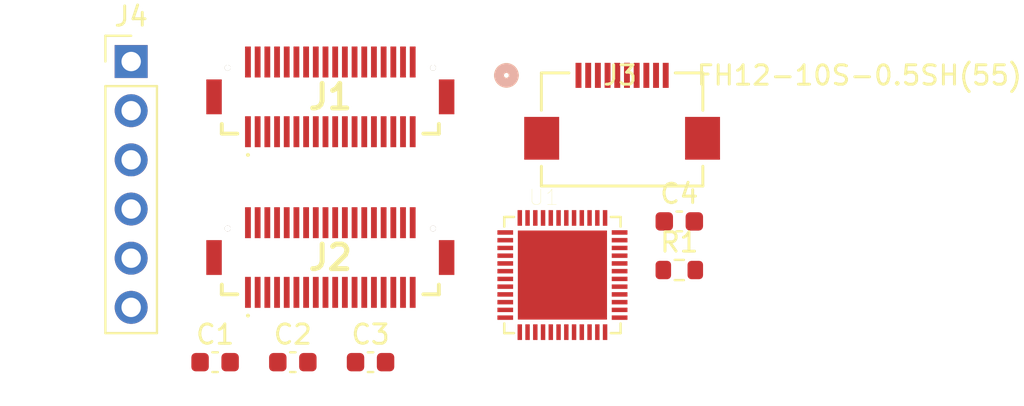
<source format=kicad_pcb>
(kicad_pcb (version 20171130) (host pcbnew "(5.1.10)-1")

  (general
    (thickness 1.6)
    (drawings 0)
    (tracks 0)
    (zones 0)
    (modules 10)
    (nets 113)
  )

  (page A4)
  (layers
    (0 F.Cu signal)
    (31 B.Cu signal)
    (32 B.Adhes user)
    (33 F.Adhes user)
    (34 B.Paste user)
    (35 F.Paste user)
    (36 B.SilkS user)
    (37 F.SilkS user)
    (38 B.Mask user)
    (39 F.Mask user)
    (40 Dwgs.User user)
    (41 Cmts.User user)
    (42 Eco1.User user)
    (43 Eco2.User user)
    (44 Edge.Cuts user)
    (45 Margin user)
    (46 B.CrtYd user)
    (47 F.CrtYd user)
    (48 B.Fab user)
    (49 F.Fab user)
  )

  (setup
    (last_trace_width 0.25)
    (trace_clearance 0.2)
    (zone_clearance 0.508)
    (zone_45_only no)
    (trace_min 0.2)
    (via_size 0.8)
    (via_drill 0.4)
    (via_min_size 0.4)
    (via_min_drill 0.3)
    (uvia_size 0.3)
    (uvia_drill 0.1)
    (uvias_allowed no)
    (uvia_min_size 0.2)
    (uvia_min_drill 0.1)
    (edge_width 0.05)
    (segment_width 0.2)
    (pcb_text_width 0.3)
    (pcb_text_size 1.5 1.5)
    (mod_edge_width 0.12)
    (mod_text_size 1 1)
    (mod_text_width 0.15)
    (pad_size 1.524 1.524)
    (pad_drill 0.762)
    (pad_to_mask_clearance 0)
    (aux_axis_origin 0 0)
    (visible_elements FFFFFF7F)
    (pcbplotparams
      (layerselection 0x010fc_ffffffff)
      (usegerberextensions false)
      (usegerberattributes true)
      (usegerberadvancedattributes true)
      (creategerberjobfile true)
      (excludeedgelayer true)
      (linewidth 0.100000)
      (plotframeref false)
      (viasonmask false)
      (mode 1)
      (useauxorigin false)
      (hpglpennumber 1)
      (hpglpenspeed 20)
      (hpglpendiameter 15.000000)
      (psnegative false)
      (psa4output false)
      (plotreference true)
      (plotvalue true)
      (plotinvisibletext false)
      (padsonsilk false)
      (subtractmaskfromsilk false)
      (outputformat 1)
      (mirror false)
      (drillshape 1)
      (scaleselection 1)
      (outputdirectory ""))
  )

  (net 0 "")
  (net 1 VDDA)
  (net 2 GND)
  (net 3 VDDD)
  (net 4 VCC)
  (net 5 "Net-(C4-Pad2)")
  (net 6 "Net-(J1-PadMP2)")
  (net 7 "Net-(J1-PadMP1)")
  (net 8 "Net-(J1-Pad36)")
  (net 9 "Net-(J1-Pad34)")
  (net 10 "Net-(J1-Pad32)")
  (net 11 "Net-(J1-Pad30)")
  (net 12 "Net-(J1-Pad29)")
  (net 13 "Net-(J1-Pad28)")
  (net 14 SCL)
  (net 15 "Net-(J1-Pad26)")
  (net 16 SDA)
  (net 17 "Net-(J1-Pad24)")
  (net 18 "Net-(J1-Pad23)")
  (net 19 "Net-(J1-Pad22)")
  (net 20 "Net-(J1-Pad21)")
  (net 21 "Net-(J1-Pad20)")
  (net 22 "Net-(J1-Pad19)")
  (net 23 "Net-(J1-Pad18)")
  (net 24 "Net-(J1-Pad17)")
  (net 25 "Net-(J1-Pad16)")
  (net 26 "Net-(J1-Pad15)")
  (net 27 "Net-(J1-Pad14)")
  (net 28 "Net-(J1-Pad13)")
  (net 29 "Net-(J1-Pad12)")
  (net 30 "Net-(J1-Pad11)")
  (net 31 "Net-(J1-Pad10)")
  (net 32 "Net-(J1-Pad9)")
  (net 33 "Net-(J1-Pad8)")
  (net 34 "Net-(J1-Pad7)")
  (net 35 "Net-(J1-Pad6)")
  (net 36 "Net-(J1-Pad5)")
  (net 37 A1)
  (net 38 "Net-(J1-Pad3)")
  (net 39 "Net-(J1-Pad2)")
  (net 40 "Net-(J1-Pad1)")
  (net 41 "Net-(J2-PadMP2)")
  (net 42 "Net-(J2-PadMP1)")
  (net 43 "Net-(J2-Pad35)")
  (net 44 "Net-(J2-Pad33)")
  (net 45 "Net-(J2-Pad31)")
  (net 46 "Net-(J2-Pad30)")
  (net 47 "Net-(J2-Pad29)")
  (net 48 "Net-(J2-Pad27)")
  (net 49 "Net-(J2-Pad25)")
  (net 50 "Net-(J2-Pad24)")
  (net 51 "Net-(J2-Pad23)")
  (net 52 "Net-(J2-Pad22)")
  (net 53 "Net-(J2-Pad21)")
  (net 54 "Net-(J2-Pad20)")
  (net 55 "Net-(J2-Pad19)")
  (net 56 "Net-(J2-Pad18)")
  (net 57 "Net-(J2-Pad17)")
  (net 58 "Net-(J2-Pad16)")
  (net 59 "Net-(J2-Pad15)")
  (net 60 "Net-(J2-Pad14)")
  (net 61 "Net-(J2-Pad13)")
  (net 62 "Net-(J2-Pad12)")
  (net 63 "Net-(J2-Pad11)")
  (net 64 "Net-(J2-Pad10)")
  (net 65 "Net-(J2-Pad9)")
  (net 66 "Net-(J2-Pad8)")
  (net 67 "Net-(J2-Pad7)")
  (net 68 "Net-(J2-Pad6)")
  (net 69 "Net-(J2-Pad5)")
  (net 70 "Net-(J2-Pad4)")
  (net 71 "Net-(J2-Pad2)")
  (net 72 "Net-(J2-Pad1)")
  (net 73 TX4)
  (net 74 TX3)
  (net 75 RX6)
  (net 76 RX5)
  (net 77 RX4)
  (net 78 RX3)
  (net 79 RX2)
  (net 80 RX1)
  (net 81 TX2)
  (net 82 TX1)
  (net 83 "Net-(J4-Pad3)")
  (net 84 "Net-(J4-Pad2)")
  (net 85 "Net-(U1-Pad6)")
  (net 86 "Net-(U1-Pad7)")
  (net 87 "Net-(U1-Pad8)")
  (net 88 "Net-(U1-Pad9)")
  (net 89 "Net-(U1-Pad10)")
  (net 90 "Net-(U1-Pad11)")
  (net 91 "Net-(U1-Pad12)")
  (net 92 "Net-(U1-Pad13)")
  (net 93 "Net-(U1-Pad14)")
  (net 94 "Net-(U1-Pad15)")
  (net 95 "Net-(U1-Pad16)")
  (net 96 "Net-(U1-Pad17)")
  (net 97 "Net-(U1-Pad18)")
  (net 98 "Net-(U1-Pad19)")
  (net 99 "Net-(U1-Pad20)")
  (net 100 "Net-(U1-Pad21)")
  (net 101 "Net-(U1-Pad22)")
  (net 102 "Net-(U1-Pad28)")
  (net 103 "Net-(U1-Pad29)")
  (net 104 "Net-(U1-Pad30)")
  (net 105 "Net-(U1-Pad31)")
  (net 106 "Net-(U1-Pad32)")
  (net 107 "Net-(U1-Pad43)")
  (net 108 "Net-(U1-Pad44)")
  (net 109 "Net-(U1-Pad45)")
  (net 110 "Net-(U1-Pad46)")
  (net 111 "Net-(U1-Pad47)")
  (net 112 "Net-(U1-Pad48)")

  (net_class Default "This is the default net class."
    (clearance 0.2)
    (trace_width 0.25)
    (via_dia 0.8)
    (via_drill 0.4)
    (uvia_dia 0.3)
    (uvia_drill 0.1)
    (add_net A1)
    (add_net GND)
    (add_net "Net-(C4-Pad2)")
    (add_net "Net-(J1-Pad1)")
    (add_net "Net-(J1-Pad10)")
    (add_net "Net-(J1-Pad11)")
    (add_net "Net-(J1-Pad12)")
    (add_net "Net-(J1-Pad13)")
    (add_net "Net-(J1-Pad14)")
    (add_net "Net-(J1-Pad15)")
    (add_net "Net-(J1-Pad16)")
    (add_net "Net-(J1-Pad17)")
    (add_net "Net-(J1-Pad18)")
    (add_net "Net-(J1-Pad19)")
    (add_net "Net-(J1-Pad2)")
    (add_net "Net-(J1-Pad20)")
    (add_net "Net-(J1-Pad21)")
    (add_net "Net-(J1-Pad22)")
    (add_net "Net-(J1-Pad23)")
    (add_net "Net-(J1-Pad24)")
    (add_net "Net-(J1-Pad26)")
    (add_net "Net-(J1-Pad28)")
    (add_net "Net-(J1-Pad29)")
    (add_net "Net-(J1-Pad3)")
    (add_net "Net-(J1-Pad30)")
    (add_net "Net-(J1-Pad32)")
    (add_net "Net-(J1-Pad34)")
    (add_net "Net-(J1-Pad36)")
    (add_net "Net-(J1-Pad5)")
    (add_net "Net-(J1-Pad6)")
    (add_net "Net-(J1-Pad7)")
    (add_net "Net-(J1-Pad8)")
    (add_net "Net-(J1-Pad9)")
    (add_net "Net-(J1-PadMP1)")
    (add_net "Net-(J1-PadMP2)")
    (add_net "Net-(J2-Pad1)")
    (add_net "Net-(J2-Pad10)")
    (add_net "Net-(J2-Pad11)")
    (add_net "Net-(J2-Pad12)")
    (add_net "Net-(J2-Pad13)")
    (add_net "Net-(J2-Pad14)")
    (add_net "Net-(J2-Pad15)")
    (add_net "Net-(J2-Pad16)")
    (add_net "Net-(J2-Pad17)")
    (add_net "Net-(J2-Pad18)")
    (add_net "Net-(J2-Pad19)")
    (add_net "Net-(J2-Pad2)")
    (add_net "Net-(J2-Pad20)")
    (add_net "Net-(J2-Pad21)")
    (add_net "Net-(J2-Pad22)")
    (add_net "Net-(J2-Pad23)")
    (add_net "Net-(J2-Pad24)")
    (add_net "Net-(J2-Pad25)")
    (add_net "Net-(J2-Pad27)")
    (add_net "Net-(J2-Pad29)")
    (add_net "Net-(J2-Pad30)")
    (add_net "Net-(J2-Pad31)")
    (add_net "Net-(J2-Pad33)")
    (add_net "Net-(J2-Pad35)")
    (add_net "Net-(J2-Pad4)")
    (add_net "Net-(J2-Pad5)")
    (add_net "Net-(J2-Pad6)")
    (add_net "Net-(J2-Pad7)")
    (add_net "Net-(J2-Pad8)")
    (add_net "Net-(J2-Pad9)")
    (add_net "Net-(J2-PadMP1)")
    (add_net "Net-(J2-PadMP2)")
    (add_net "Net-(J4-Pad2)")
    (add_net "Net-(J4-Pad3)")
    (add_net "Net-(U1-Pad10)")
    (add_net "Net-(U1-Pad11)")
    (add_net "Net-(U1-Pad12)")
    (add_net "Net-(U1-Pad13)")
    (add_net "Net-(U1-Pad14)")
    (add_net "Net-(U1-Pad15)")
    (add_net "Net-(U1-Pad16)")
    (add_net "Net-(U1-Pad17)")
    (add_net "Net-(U1-Pad18)")
    (add_net "Net-(U1-Pad19)")
    (add_net "Net-(U1-Pad20)")
    (add_net "Net-(U1-Pad21)")
    (add_net "Net-(U1-Pad22)")
    (add_net "Net-(U1-Pad28)")
    (add_net "Net-(U1-Pad29)")
    (add_net "Net-(U1-Pad30)")
    (add_net "Net-(U1-Pad31)")
    (add_net "Net-(U1-Pad32)")
    (add_net "Net-(U1-Pad43)")
    (add_net "Net-(U1-Pad44)")
    (add_net "Net-(U1-Pad45)")
    (add_net "Net-(U1-Pad46)")
    (add_net "Net-(U1-Pad47)")
    (add_net "Net-(U1-Pad48)")
    (add_net "Net-(U1-Pad6)")
    (add_net "Net-(U1-Pad7)")
    (add_net "Net-(U1-Pad8)")
    (add_net "Net-(U1-Pad9)")
    (add_net RX1)
    (add_net RX2)
    (add_net RX3)
    (add_net RX4)
    (add_net RX5)
    (add_net RX6)
    (add_net SCL)
    (add_net SDA)
    (add_net TX1)
    (add_net TX2)
    (add_net TX3)
    (add_net TX4)
    (add_net VCC)
    (add_net VDDA)
    (add_net VDDD)
  )

  (module FT5316dme:QFN40P600X600X60-49N (layer F.Cu) (tedit 5EA705ED) (tstamp 624E0F9C)
    (at 24.075001 12.855001)
    (path /624FC0FE)
    (fp_text reference U1 (at -0.961215 -4.013085) (layer F.SilkS)
      (effects (font (size 0.801016 0.801016) (thickness 0.015)))
    )
    (fp_text value FT5316DME (at 6.41461 4.245045) (layer F.Fab)
      (effects (font (size 0.800575 0.800575) (thickness 0.015)))
    )
    (fp_line (start -3 -3) (end -3 3) (layer F.Fab) (width 0.127))
    (fp_line (start -3 3) (end 3 3) (layer F.Fab) (width 0.127))
    (fp_line (start 3 3) (end 3 -3) (layer F.Fab) (width 0.127))
    (fp_line (start 3 -3) (end -3 -3) (layer F.Fab) (width 0.127))
    (fp_line (start -2.5 -3) (end -3 -3) (layer F.SilkS) (width 0.127))
    (fp_line (start -3 -3) (end -3 -2.5) (layer F.SilkS) (width 0.127))
    (fp_line (start 2.5 -3) (end 3 -3) (layer F.SilkS) (width 0.127))
    (fp_line (start 3 -3) (end 3 -2.5) (layer F.SilkS) (width 0.127))
    (fp_line (start 3 2.5) (end 3 3) (layer F.SilkS) (width 0.127))
    (fp_line (start 3 3) (end 2.5 3) (layer F.SilkS) (width 0.127))
    (fp_line (start -2.5 3) (end -3 3) (layer F.SilkS) (width 0.127))
    (fp_line (start -3 3) (end -3 2.5) (layer F.SilkS) (width 0.127))
    (fp_line (start 3.5 -3.5) (end -3.5 -3.5) (layer F.CrtYd) (width 0.05))
    (fp_line (start -3.5 -3.5) (end -3.5 3.5) (layer F.CrtYd) (width 0.05))
    (fp_line (start -3.5 3.5) (end 3.5 3.5) (layer F.CrtYd) (width 0.05))
    (fp_line (start 3.5 3.5) (end 3.5 -3.5) (layer F.CrtYd) (width 0.05))
    (fp_poly (pts (xy 0.335406 -1.965) (xy 1.965 -1.965) (xy 1.965 -0.335406) (xy 0.335406 -0.335406)) (layer F.Paste) (width 0.01))
    (fp_poly (pts (xy -1.96865 0.335) (xy -0.335 0.335) (xy -0.335 1.96865) (xy -1.96865 1.96865)) (layer F.Paste) (width 0.01))
    (fp_poly (pts (xy -1.96554 -1.965) (xy -0.335 -1.965) (xy -0.335 -0.335091) (xy -1.96554 -0.335091)) (layer F.Paste) (width 0.01))
    (fp_poly (pts (xy 0.335392 0.335) (xy 1.965 0.335) (xy 1.965 1.9673) (xy 0.335392 1.9673)) (layer F.Paste) (width 0.01))
    (pad 49 smd rect (at 0 0) (size 4.6 4.6) (layers F.Cu F.Mask))
    (pad 1 smd rect (at -2.95 -2.2) (size 0.81 0.23) (layers F.Cu F.Paste F.Mask)
      (net 2 GND))
    (pad 2 smd rect (at -2.95 -1.8) (size 0.81 0.23) (layers F.Cu F.Paste F.Mask)
      (net 82 TX1))
    (pad 3 smd rect (at -2.95 -1.4) (size 0.81 0.23) (layers F.Cu F.Paste F.Mask)
      (net 81 TX2))
    (pad 4 smd rect (at -2.95 -1) (size 0.81 0.23) (layers F.Cu F.Paste F.Mask)
      (net 74 TX3))
    (pad 5 smd rect (at -2.95 -0.6) (size 0.81 0.23) (layers F.Cu F.Paste F.Mask)
      (net 73 TX4))
    (pad 6 smd rect (at -2.95 -0.2) (size 0.81 0.23) (layers F.Cu F.Paste F.Mask)
      (net 85 "Net-(U1-Pad6)"))
    (pad 7 smd rect (at -2.95 0.2) (size 0.81 0.23) (layers F.Cu F.Paste F.Mask)
      (net 86 "Net-(U1-Pad7)"))
    (pad 8 smd rect (at -2.95 0.6) (size 0.81 0.23) (layers F.Cu F.Paste F.Mask)
      (net 87 "Net-(U1-Pad8)"))
    (pad 9 smd rect (at -2.95 1) (size 0.81 0.23) (layers F.Cu F.Paste F.Mask)
      (net 88 "Net-(U1-Pad9)"))
    (pad 10 smd rect (at -2.95 1.4) (size 0.81 0.23) (layers F.Cu F.Paste F.Mask)
      (net 89 "Net-(U1-Pad10)"))
    (pad 11 smd rect (at -2.95 1.8) (size 0.81 0.23) (layers F.Cu F.Paste F.Mask)
      (net 90 "Net-(U1-Pad11)"))
    (pad 12 smd rect (at -2.95 2.2) (size 0.81 0.23) (layers F.Cu F.Paste F.Mask)
      (net 91 "Net-(U1-Pad12)"))
    (pad 13 smd rect (at -2.2 2.95) (size 0.23 0.81) (layers F.Cu F.Paste F.Mask)
      (net 92 "Net-(U1-Pad13)"))
    (pad 14 smd rect (at -1.8 2.95) (size 0.23 0.81) (layers F.Cu F.Paste F.Mask)
      (net 93 "Net-(U1-Pad14)"))
    (pad 15 smd rect (at -1.4 2.95) (size 0.23 0.81) (layers F.Cu F.Paste F.Mask)
      (net 94 "Net-(U1-Pad15)"))
    (pad 16 smd rect (at -1 2.95) (size 0.23 0.81) (layers F.Cu F.Paste F.Mask)
      (net 95 "Net-(U1-Pad16)"))
    (pad 17 smd rect (at -0.6 2.95) (size 0.23 0.81) (layers F.Cu F.Paste F.Mask)
      (net 96 "Net-(U1-Pad17)"))
    (pad 18 smd rect (at -0.2 2.95) (size 0.23 0.81) (layers F.Cu F.Paste F.Mask)
      (net 97 "Net-(U1-Pad18)"))
    (pad 19 smd rect (at 0.2 2.95) (size 0.23 0.81) (layers F.Cu F.Paste F.Mask)
      (net 98 "Net-(U1-Pad19)"))
    (pad 20 smd rect (at 0.6 2.95) (size 0.23 0.81) (layers F.Cu F.Paste F.Mask)
      (net 99 "Net-(U1-Pad20)"))
    (pad 21 smd rect (at 1 2.95) (size 0.23 0.81) (layers F.Cu F.Paste F.Mask)
      (net 100 "Net-(U1-Pad21)"))
    (pad 22 smd rect (at 1.4 2.95) (size 0.23 0.81) (layers F.Cu F.Paste F.Mask)
      (net 101 "Net-(U1-Pad22)"))
    (pad 23 smd rect (at 1.8 2.95) (size 0.23 0.81) (layers F.Cu F.Paste F.Mask)
      (net 5 "Net-(C4-Pad2)"))
    (pad 24 smd rect (at 2.2 2.95) (size 0.23 0.81) (layers F.Cu F.Paste F.Mask)
      (net 4 VCC))
    (pad 25 smd rect (at 2.95 2.2) (size 0.81 0.23) (layers F.Cu F.Paste F.Mask)
      (net 2 GND))
    (pad 26 smd rect (at 2.95 1.8) (size 0.81 0.23) (layers F.Cu F.Paste F.Mask)
      (net 2 GND))
    (pad 27 smd rect (at 2.95 1.4) (size 0.81 0.23) (layers F.Cu F.Paste F.Mask)
      (net 3 VDDD))
    (pad 28 smd rect (at 2.95 1) (size 0.81 0.23) (layers F.Cu F.Paste F.Mask)
      (net 102 "Net-(U1-Pad28)"))
    (pad 29 smd rect (at 2.95 0.6) (size 0.81 0.23) (layers F.Cu F.Paste F.Mask)
      (net 103 "Net-(U1-Pad29)"))
    (pad 30 smd rect (at 2.95 0.2) (size 0.81 0.23) (layers F.Cu F.Paste F.Mask)
      (net 104 "Net-(U1-Pad30)"))
    (pad 31 smd rect (at 2.95 -0.2) (size 0.81 0.23) (layers F.Cu F.Paste F.Mask)
      (net 105 "Net-(U1-Pad31)"))
    (pad 32 smd rect (at 2.95 -0.6) (size 0.81 0.23) (layers F.Cu F.Paste F.Mask)
      (net 106 "Net-(U1-Pad32)"))
    (pad 33 smd rect (at 2.95 -1) (size 0.81 0.23) (layers F.Cu F.Paste F.Mask)
      (net 16 SDA))
    (pad 34 smd rect (at 2.95 -1.4) (size 0.81 0.23) (layers F.Cu F.Paste F.Mask)
      (net 14 SCL))
    (pad 35 smd rect (at 2.95 -1.8) (size 0.81 0.23) (layers F.Cu F.Paste F.Mask)
      (net 1 VDDA))
    (pad 36 smd rect (at 2.95 -2.2) (size 0.81 0.23) (layers F.Cu F.Paste F.Mask)
      (net 1 VDDA))
    (pad 37 smd rect (at 2.2 -2.95) (size 0.23 0.81) (layers F.Cu F.Paste F.Mask)
      (net 80 RX1))
    (pad 38 smd rect (at 1.8 -2.95) (size 0.23 0.81) (layers F.Cu F.Paste F.Mask)
      (net 79 RX2))
    (pad 39 smd rect (at 1.4 -2.95) (size 0.23 0.81) (layers F.Cu F.Paste F.Mask)
      (net 78 RX3))
    (pad 40 smd rect (at 1 -2.95) (size 0.23 0.81) (layers F.Cu F.Paste F.Mask)
      (net 77 RX4))
    (pad 41 smd rect (at 0.6 -2.95) (size 0.23 0.81) (layers F.Cu F.Paste F.Mask)
      (net 76 RX5))
    (pad 42 smd rect (at 0.2 -2.95) (size 0.23 0.81) (layers F.Cu F.Paste F.Mask)
      (net 75 RX6))
    (pad 43 smd rect (at -0.2 -2.95) (size 0.23 0.81) (layers F.Cu F.Paste F.Mask)
      (net 107 "Net-(U1-Pad43)"))
    (pad 44 smd rect (at -0.6 -2.95) (size 0.23 0.81) (layers F.Cu F.Paste F.Mask)
      (net 108 "Net-(U1-Pad44)"))
    (pad 45 smd rect (at -1 -2.95) (size 0.23 0.81) (layers F.Cu F.Paste F.Mask)
      (net 109 "Net-(U1-Pad45)"))
    (pad 46 smd rect (at -1.4 -2.95) (size 0.23 0.81) (layers F.Cu F.Paste F.Mask)
      (net 110 "Net-(U1-Pad46)"))
    (pad 47 smd rect (at -1.8 -2.95) (size 0.23 0.81) (layers F.Cu F.Paste F.Mask)
      (net 111 "Net-(U1-Pad47)"))
    (pad 48 smd rect (at -2.2 -2.95) (size 0.23 0.81) (layers F.Cu F.Paste F.Mask)
      (net 112 "Net-(U1-Pad48)"))
  )

  (module Resistor_SMD:R_0603_1608Metric (layer F.Cu) (tedit 5F68FEEE) (tstamp 624E0F53)
    (at 30.105001 12.595001)
    (descr "Resistor SMD 0603 (1608 Metric), square (rectangular) end terminal, IPC_7351 nominal, (Body size source: IPC-SM-782 page 72, https://www.pcb-3d.com/wordpress/wp-content/uploads/ipc-sm-782a_amendment_1_and_2.pdf), generated with kicad-footprint-generator")
    (tags resistor)
    (path /62507B3C)
    (attr smd)
    (fp_text reference R1 (at 0 -1.43) (layer F.SilkS)
      (effects (font (size 1 1) (thickness 0.15)))
    )
    (fp_text value "300 Ohm" (at 0 1.43) (layer F.Fab)
      (effects (font (size 1 1) (thickness 0.15)))
    )
    (fp_text user %R (at 0 0) (layer F.Fab)
      (effects (font (size 0.4 0.4) (thickness 0.06)))
    )
    (fp_line (start -0.8 0.4125) (end -0.8 -0.4125) (layer F.Fab) (width 0.1))
    (fp_line (start -0.8 -0.4125) (end 0.8 -0.4125) (layer F.Fab) (width 0.1))
    (fp_line (start 0.8 -0.4125) (end 0.8 0.4125) (layer F.Fab) (width 0.1))
    (fp_line (start 0.8 0.4125) (end -0.8 0.4125) (layer F.Fab) (width 0.1))
    (fp_line (start -0.237258 -0.5225) (end 0.237258 -0.5225) (layer F.SilkS) (width 0.12))
    (fp_line (start -0.237258 0.5225) (end 0.237258 0.5225) (layer F.SilkS) (width 0.12))
    (fp_line (start -1.48 0.73) (end -1.48 -0.73) (layer F.CrtYd) (width 0.05))
    (fp_line (start -1.48 -0.73) (end 1.48 -0.73) (layer F.CrtYd) (width 0.05))
    (fp_line (start 1.48 -0.73) (end 1.48 0.73) (layer F.CrtYd) (width 0.05))
    (fp_line (start 1.48 0.73) (end -1.48 0.73) (layer F.CrtYd) (width 0.05))
    (pad 2 smd roundrect (at 0.825 0) (size 0.8 0.95) (layers F.Cu F.Paste F.Mask) (roundrect_rratio 0.25)
      (net 4 VCC))
    (pad 1 smd roundrect (at -0.825 0) (size 0.8 0.95) (layers F.Cu F.Paste F.Mask) (roundrect_rratio 0.25)
      (net 1 VDDA))
    (model ${KISYS3DMOD}/Resistor_SMD.3dshapes/R_0603_1608Metric.wrl
      (at (xyz 0 0 0))
      (scale (xyz 1 1 1))
      (rotate (xyz 0 0 0))
    )
  )

  (module Connector_PinHeader_2.54mm:PinHeader_1x06_P2.54mm_Vertical (layer F.Cu) (tedit 59FED5CC) (tstamp 624E0F42)
    (at 1.825001 1.825001)
    (descr "Through hole straight pin header, 1x06, 2.54mm pitch, single row")
    (tags "Through hole pin header THT 1x06 2.54mm single row")
    (path /6251BED7)
    (fp_text reference J4 (at 0 -2.33) (layer F.SilkS)
      (effects (font (size 1 1) (thickness 0.15)))
    )
    (fp_text value Conn_01x06_Male (at 0 15.03) (layer F.Fab)
      (effects (font (size 1 1) (thickness 0.15)))
    )
    (fp_text user %R (at 0 6.35 90) (layer F.Fab)
      (effects (font (size 1 1) (thickness 0.15)))
    )
    (fp_line (start -0.635 -1.27) (end 1.27 -1.27) (layer F.Fab) (width 0.1))
    (fp_line (start 1.27 -1.27) (end 1.27 13.97) (layer F.Fab) (width 0.1))
    (fp_line (start 1.27 13.97) (end -1.27 13.97) (layer F.Fab) (width 0.1))
    (fp_line (start -1.27 13.97) (end -1.27 -0.635) (layer F.Fab) (width 0.1))
    (fp_line (start -1.27 -0.635) (end -0.635 -1.27) (layer F.Fab) (width 0.1))
    (fp_line (start -1.33 14.03) (end 1.33 14.03) (layer F.SilkS) (width 0.12))
    (fp_line (start -1.33 1.27) (end -1.33 14.03) (layer F.SilkS) (width 0.12))
    (fp_line (start 1.33 1.27) (end 1.33 14.03) (layer F.SilkS) (width 0.12))
    (fp_line (start -1.33 1.27) (end 1.33 1.27) (layer F.SilkS) (width 0.12))
    (fp_line (start -1.33 0) (end -1.33 -1.33) (layer F.SilkS) (width 0.12))
    (fp_line (start -1.33 -1.33) (end 0 -1.33) (layer F.SilkS) (width 0.12))
    (fp_line (start -1.8 -1.8) (end -1.8 14.5) (layer F.CrtYd) (width 0.05))
    (fp_line (start -1.8 14.5) (end 1.8 14.5) (layer F.CrtYd) (width 0.05))
    (fp_line (start 1.8 14.5) (end 1.8 -1.8) (layer F.CrtYd) (width 0.05))
    (fp_line (start 1.8 -1.8) (end -1.8 -1.8) (layer F.CrtYd) (width 0.05))
    (pad 6 thru_hole oval (at 0 12.7) (size 1.7 1.7) (drill 1) (layers *.Cu *.Mask)
      (net 2 GND))
    (pad 5 thru_hole oval (at 0 10.16) (size 1.7 1.7) (drill 1) (layers *.Cu *.Mask)
      (net 14 SCL))
    (pad 4 thru_hole oval (at 0 7.62) (size 1.7 1.7) (drill 1) (layers *.Cu *.Mask)
      (net 16 SDA))
    (pad 3 thru_hole oval (at 0 5.08) (size 1.7 1.7) (drill 1) (layers *.Cu *.Mask)
      (net 83 "Net-(J4-Pad3)"))
    (pad 2 thru_hole oval (at 0 2.54) (size 1.7 1.7) (drill 1) (layers *.Cu *.Mask)
      (net 84 "Net-(J4-Pad2)"))
    (pad 1 thru_hole rect (at 0 0) (size 1.7 1.7) (drill 1) (layers *.Cu *.Mask)
      (net 4 VCC))
    (model ${KISYS3DMOD}/Connector_PinHeader_2.54mm.3dshapes/PinHeader_1x06_P2.54mm_Vertical.wrl
      (at (xyz 0 0 0))
      (scale (xyz 1 1 1))
      (rotate (xyz 0 0 0))
    )
  )

  (module "FH12-10S-0:FH12-10S-0.5SH(55)_HIR" (layer F.Cu) (tedit 61829237) (tstamp 624E0F28)
    (at 27.154001 5.334001)
    (path /624F9B03)
    (fp_text reference J3 (at -0.1016 -2.794) (layer F.SilkS)
      (effects (font (size 1 1) (thickness 0.15)))
    )
    (fp_text value "FH12-10S-0.5SH(55)" (at 12.2428 -2.794) (layer F.SilkS)
      (effects (font (size 1 1) (thickness 0.15)))
    )
    (fp_arc (start -5.969 -2.794) (end -5.588 -2.794) (angle -180) (layer B.SilkS) (width 0.508))
    (fp_arc (start -5.969 -2.794) (end -6.35 -2.794) (angle -180) (layer B.SilkS) (width 0.508))
    (fp_arc (start -2.2606 -4.699) (end -1.8796 -4.699) (angle -180) (layer F.Fab) (width 0.508))
    (fp_arc (start -2.2606 -4.699) (end -2.6416 -4.699) (angle -180) (layer F.Fab) (width 0.508))
    (fp_arc (start -5.969 -2.794) (end -5.588 -2.794) (angle -180) (layer F.SilkS) (width 0.508))
    (fp_arc (start -5.969 -2.794) (end -6.35 -2.794) (angle -180) (layer F.SilkS) (width 0.508))
    (fp_line (start -4.1656 2.921) (end 4.1656 2.921) (layer F.SilkS) (width 0.1524))
    (fp_line (start 4.1656 2.921) (end 4.1656 1.905) (layer F.SilkS) (width 0.1524))
    (fp_line (start 4.1656 -2.921) (end 2.7432 -2.921) (layer F.SilkS) (width 0.1524))
    (fp_line (start -4.1656 -2.921) (end -4.1656 -0.9906) (layer F.SilkS) (width 0.1524))
    (fp_line (start -2.7432 -2.921) (end -4.1656 -2.921) (layer F.SilkS) (width 0.1524))
    (fp_line (start -4.1656 1.905) (end -4.1656 2.921) (layer F.SilkS) (width 0.1524))
    (fp_line (start 4.1656 -0.9906) (end 4.1656 -2.921) (layer F.SilkS) (width 0.1524))
    (fp_line (start -4.064 2.794) (end 4.064 2.794) (layer F.Fab) (width 0.1524))
    (fp_line (start 4.064 2.794) (end 4.064 -2.794) (layer F.Fab) (width 0.1524))
    (fp_line (start 4.064 -2.794) (end -4.064 -2.794) (layer F.Fab) (width 0.1524))
    (fp_line (start -4.064 -2.794) (end -4.064 2.794) (layer F.Fab) (width 0.1524))
    (pad 12 smd rect (at 4.15 0.456) (size 1.8034 2.2098) (layers F.Cu F.Paste F.Mask))
    (pad 11 smd rect (at -4.15 0.456) (size 1.8034 2.2098) (layers F.Cu F.Paste F.Mask))
    (pad 10 smd rect (at 2.25 -2.794) (size 0.3048 1.2954) (layers F.Cu F.Paste F.Mask)
      (net 73 TX4))
    (pad 9 smd rect (at 1.75 -2.794) (size 0.3048 1.2954) (layers F.Cu F.Paste F.Mask)
      (net 74 TX3))
    (pad 8 smd rect (at 1.25 -2.794) (size 0.3048 1.2954) (layers F.Cu F.Paste F.Mask)
      (net 75 RX6))
    (pad 7 smd rect (at 0.75 -2.794) (size 0.3048 1.2954) (layers F.Cu F.Paste F.Mask)
      (net 76 RX5))
    (pad 6 smd rect (at 0.25 -2.794) (size 0.3048 1.2954) (layers F.Cu F.Paste F.Mask)
      (net 77 RX4))
    (pad 5 smd rect (at -0.25 -2.794) (size 0.3048 1.2954) (layers F.Cu F.Paste F.Mask)
      (net 78 RX3))
    (pad 4 smd rect (at -0.75 -2.794) (size 0.3048 1.2954) (layers F.Cu F.Paste F.Mask)
      (net 79 RX2))
    (pad 3 smd rect (at -1.25 -2.794) (size 0.3048 1.2954) (layers F.Cu F.Paste F.Mask)
      (net 80 RX1))
    (pad 2 smd rect (at -1.75 -2.794) (size 0.3048 1.2954) (layers F.Cu F.Paste F.Mask)
      (net 81 TX2))
    (pad 1 smd rect (at -2.25 -2.794) (size 0.3048 1.2954) (layers F.Cu F.Paste F.Mask)
      (net 82 TX1))
  )

  (module DF12_3.0_-36DP-0.5V_86_:DF123036DP05V86 (layer F.Cu) (tedit 618A8F97) (tstamp 624E0F07)
    (at 12.100001 11.950001)
    (descr "DF12(3.0)-36DP-0.5V(86)-2")
    (tags Connector)
    (path /624DC05E)
    (fp_text reference J2 (at 0 0) (layer F.SilkS)
      (effects (font (size 1.27 1.27) (thickness 0.254)))
    )
    (fp_text value DF12_3.0_-36DP_Male (at 0 0) (layer F.SilkS) hide
      (effects (font (size 1.27 1.27) (thickness 0.254)))
    )
    (fp_arc (start -4.25 3) (end -4.3 3) (angle -180) (layer F.SilkS) (width 0.1))
    (fp_arc (start -4.25 3) (end -4.2 3) (angle -180) (layer F.SilkS) (width 0.1))
    (fp_line (start 5.6 1.9) (end 4.8 1.9) (layer F.SilkS) (width 0.2))
    (fp_line (start 5.6 1.4) (end 5.6 1.9) (layer F.SilkS) (width 0.2))
    (fp_line (start -5.6 1.9) (end -4.8 1.9) (layer F.SilkS) (width 0.2))
    (fp_line (start -5.6 1.4) (end -5.6 1.9) (layer F.SilkS) (width 0.2))
    (fp_line (start -4.3 3) (end -4.3 3) (layer F.SilkS) (width 0.1))
    (fp_line (start -4.2 3) (end -4.2 3) (layer F.SilkS) (width 0.1))
    (fp_line (start -7.4 3.6) (end -7.4 -3.6) (layer Dwgs.User) (width 0.1))
    (fp_line (start 7.4 3.6) (end -7.4 3.6) (layer Dwgs.User) (width 0.1))
    (fp_line (start 7.4 -3.6) (end 7.4 3.6) (layer Dwgs.User) (width 0.1))
    (fp_line (start -7.4 -3.6) (end 7.4 -3.6) (layer Dwgs.User) (width 0.1))
    (fp_line (start -5.6 1.9) (end -5.6 -1.9) (layer Dwgs.User) (width 0.1))
    (fp_line (start 5.6 1.9) (end -5.6 1.9) (layer Dwgs.User) (width 0.1))
    (fp_line (start 5.6 -1.9) (end 5.6 1.9) (layer Dwgs.User) (width 0.1))
    (fp_line (start -5.6 -1.9) (end 5.6 -1.9) (layer Dwgs.User) (width 0.1))
    (pad MP2 smd rect (at 6 0) (size 0.8 1.8) (layers F.Cu F.Paste F.Mask)
      (net 41 "Net-(J2-PadMP2)"))
    (pad MP1 smd rect (at -6 0) (size 0.8 1.8) (layers F.Cu F.Paste F.Mask)
      (net 42 "Net-(J2-PadMP1)"))
    (pad MH2 thru_hole circle (at 5.3 -1.5 90) (size 0.3 0.3) (drill 0.6) (layers *.Cu *.Mask F.SilkS))
    (pad MH1 thru_hole circle (at -5.3 -1.5 90) (size 0.3 0.3) (drill 0.6) (layers *.Cu *.Mask F.SilkS))
    (pad 36 smd rect (at 4.25 -1.8) (size 0.3 1.6) (layers F.Cu F.Paste F.Mask)
      (net 2 GND))
    (pad 35 smd rect (at 4.25 1.8) (size 0.3 1.6) (layers F.Cu F.Paste F.Mask)
      (net 43 "Net-(J2-Pad35)"))
    (pad 34 smd rect (at 3.75 -1.8) (size 0.3 1.6) (layers F.Cu F.Paste F.Mask)
      (net 2 GND))
    (pad 33 smd rect (at 3.75 1.8) (size 0.3 1.6) (layers F.Cu F.Paste F.Mask)
      (net 44 "Net-(J2-Pad33)"))
    (pad 32 smd rect (at 3.25 -1.8) (size 0.3 1.6) (layers F.Cu F.Paste F.Mask)
      (net 4 VCC))
    (pad 31 smd rect (at 3.25 1.8) (size 0.3 1.6) (layers F.Cu F.Paste F.Mask)
      (net 45 "Net-(J2-Pad31)"))
    (pad 30 smd rect (at 2.75 -1.8) (size 0.3 1.6) (layers F.Cu F.Paste F.Mask)
      (net 46 "Net-(J2-Pad30)"))
    (pad 29 smd rect (at 2.75 1.8) (size 0.3 1.6) (layers F.Cu F.Paste F.Mask)
      (net 47 "Net-(J2-Pad29)"))
    (pad 28 smd rect (at 2.25 -1.8) (size 0.3 1.6) (layers F.Cu F.Paste F.Mask)
      (net 14 SCL))
    (pad 27 smd rect (at 2.25 1.8) (size 0.3 1.6) (layers F.Cu F.Paste F.Mask)
      (net 48 "Net-(J2-Pad27)"))
    (pad 26 smd rect (at 1.75 -1.8) (size 0.3 1.6) (layers F.Cu F.Paste F.Mask)
      (net 16 SDA))
    (pad 25 smd rect (at 1.75 1.8) (size 0.3 1.6) (layers F.Cu F.Paste F.Mask)
      (net 49 "Net-(J2-Pad25)"))
    (pad 24 smd rect (at 1.25 -1.8) (size 0.3 1.6) (layers F.Cu F.Paste F.Mask)
      (net 50 "Net-(J2-Pad24)"))
    (pad 23 smd rect (at 1.25 1.8) (size 0.3 1.6) (layers F.Cu F.Paste F.Mask)
      (net 51 "Net-(J2-Pad23)"))
    (pad 22 smd rect (at 0.75 -1.8) (size 0.3 1.6) (layers F.Cu F.Paste F.Mask)
      (net 52 "Net-(J2-Pad22)"))
    (pad 21 smd rect (at 0.75 1.8) (size 0.3 1.6) (layers F.Cu F.Paste F.Mask)
      (net 53 "Net-(J2-Pad21)"))
    (pad 20 smd rect (at 0.25 -1.8) (size 0.3 1.6) (layers F.Cu F.Paste F.Mask)
      (net 54 "Net-(J2-Pad20)"))
    (pad 19 smd rect (at 0.25 1.8) (size 0.3 1.6) (layers F.Cu F.Paste F.Mask)
      (net 55 "Net-(J2-Pad19)"))
    (pad 18 smd rect (at -0.25 -1.8) (size 0.3 1.6) (layers F.Cu F.Paste F.Mask)
      (net 56 "Net-(J2-Pad18)"))
    (pad 17 smd rect (at -0.25 1.8) (size 0.3 1.6) (layers F.Cu F.Paste F.Mask)
      (net 57 "Net-(J2-Pad17)"))
    (pad 16 smd rect (at -0.75 -1.8) (size 0.3 1.6) (layers F.Cu F.Paste F.Mask)
      (net 58 "Net-(J2-Pad16)"))
    (pad 15 smd rect (at -0.75 1.8) (size 0.3 1.6) (layers F.Cu F.Paste F.Mask)
      (net 59 "Net-(J2-Pad15)"))
    (pad 14 smd rect (at -1.25 -1.8) (size 0.3 1.6) (layers F.Cu F.Paste F.Mask)
      (net 60 "Net-(J2-Pad14)"))
    (pad 13 smd rect (at -1.25 1.8) (size 0.3 1.6) (layers F.Cu F.Paste F.Mask)
      (net 61 "Net-(J2-Pad13)"))
    (pad 12 smd rect (at -1.75 -1.8) (size 0.3 1.6) (layers F.Cu F.Paste F.Mask)
      (net 62 "Net-(J2-Pad12)"))
    (pad 11 smd rect (at -1.75 1.8) (size 0.3 1.6) (layers F.Cu F.Paste F.Mask)
      (net 63 "Net-(J2-Pad11)"))
    (pad 10 smd rect (at -2.25 -1.8) (size 0.3 1.6) (layers F.Cu F.Paste F.Mask)
      (net 64 "Net-(J2-Pad10)"))
    (pad 9 smd rect (at -2.25 1.8) (size 0.3 1.6) (layers F.Cu F.Paste F.Mask)
      (net 65 "Net-(J2-Pad9)"))
    (pad 8 smd rect (at -2.75 -1.8) (size 0.3 1.6) (layers F.Cu F.Paste F.Mask)
      (net 66 "Net-(J2-Pad8)"))
    (pad 7 smd rect (at -2.75 1.8) (size 0.3 1.6) (layers F.Cu F.Paste F.Mask)
      (net 67 "Net-(J2-Pad7)"))
    (pad 6 smd rect (at -3.25 -1.8) (size 0.3 1.6) (layers F.Cu F.Paste F.Mask)
      (net 68 "Net-(J2-Pad6)"))
    (pad 5 smd rect (at -3.25 1.8) (size 0.3 1.6) (layers F.Cu F.Paste F.Mask)
      (net 69 "Net-(J2-Pad5)"))
    (pad 4 smd rect (at -3.75 -1.8) (size 0.3 1.6) (layers F.Cu F.Paste F.Mask)
      (net 70 "Net-(J2-Pad4)"))
    (pad 3 smd rect (at -3.75 1.8) (size 0.3 1.6) (layers F.Cu F.Paste F.Mask)
      (net 37 A1))
    (pad 2 smd rect (at -4.25 -1.8) (size 0.3 1.6) (layers F.Cu F.Paste F.Mask)
      (net 71 "Net-(J2-Pad2)"))
    (pad 1 smd rect (at -4.25 1.8) (size 0.3 1.6) (layers F.Cu F.Paste F.Mask)
      (net 72 "Net-(J2-Pad1)"))
  )

  (module DF12_3.0_-36DP-0.5V_86_:DF123036DP05V86 (layer F.Cu) (tedit 618A8F97) (tstamp 624E0ECB)
    (at 12.100001 3.650001)
    (descr "DF12(3.0)-36DP-0.5V(86)-2")
    (tags Connector)
    (path /624DA27F)
    (fp_text reference J1 (at 0 0) (layer F.SilkS)
      (effects (font (size 1.27 1.27) (thickness 0.254)))
    )
    (fp_text value DF12_3.0_-36DP_Female (at 0 0) (layer F.SilkS) hide
      (effects (font (size 1.27 1.27) (thickness 0.254)))
    )
    (fp_arc (start -4.25 3) (end -4.3 3) (angle -180) (layer F.SilkS) (width 0.1))
    (fp_arc (start -4.25 3) (end -4.2 3) (angle -180) (layer F.SilkS) (width 0.1))
    (fp_line (start 5.6 1.9) (end 4.8 1.9) (layer F.SilkS) (width 0.2))
    (fp_line (start 5.6 1.4) (end 5.6 1.9) (layer F.SilkS) (width 0.2))
    (fp_line (start -5.6 1.9) (end -4.8 1.9) (layer F.SilkS) (width 0.2))
    (fp_line (start -5.6 1.4) (end -5.6 1.9) (layer F.SilkS) (width 0.2))
    (fp_line (start -4.3 3) (end -4.3 3) (layer F.SilkS) (width 0.1))
    (fp_line (start -4.2 3) (end -4.2 3) (layer F.SilkS) (width 0.1))
    (fp_line (start -7.4 3.6) (end -7.4 -3.6) (layer Dwgs.User) (width 0.1))
    (fp_line (start 7.4 3.6) (end -7.4 3.6) (layer Dwgs.User) (width 0.1))
    (fp_line (start 7.4 -3.6) (end 7.4 3.6) (layer Dwgs.User) (width 0.1))
    (fp_line (start -7.4 -3.6) (end 7.4 -3.6) (layer Dwgs.User) (width 0.1))
    (fp_line (start -5.6 1.9) (end -5.6 -1.9) (layer Dwgs.User) (width 0.1))
    (fp_line (start 5.6 1.9) (end -5.6 1.9) (layer Dwgs.User) (width 0.1))
    (fp_line (start 5.6 -1.9) (end 5.6 1.9) (layer Dwgs.User) (width 0.1))
    (fp_line (start -5.6 -1.9) (end 5.6 -1.9) (layer Dwgs.User) (width 0.1))
    (pad MP2 smd rect (at 6 0) (size 0.8 1.8) (layers F.Cu F.Paste F.Mask)
      (net 6 "Net-(J1-PadMP2)"))
    (pad MP1 smd rect (at -6 0) (size 0.8 1.8) (layers F.Cu F.Paste F.Mask)
      (net 7 "Net-(J1-PadMP1)"))
    (pad MH2 thru_hole circle (at 5.3 -1.5 90) (size 0.3 0.3) (drill 0.6) (layers *.Cu *.Mask F.SilkS))
    (pad MH1 thru_hole circle (at -5.3 -1.5 90) (size 0.3 0.3) (drill 0.6) (layers *.Cu *.Mask F.SilkS))
    (pad 36 smd rect (at 4.25 -1.8) (size 0.3 1.6) (layers F.Cu F.Paste F.Mask)
      (net 8 "Net-(J1-Pad36)"))
    (pad 35 smd rect (at 4.25 1.8) (size 0.3 1.6) (layers F.Cu F.Paste F.Mask)
      (net 2 GND))
    (pad 34 smd rect (at 3.75 -1.8) (size 0.3 1.6) (layers F.Cu F.Paste F.Mask)
      (net 9 "Net-(J1-Pad34)"))
    (pad 33 smd rect (at 3.75 1.8) (size 0.3 1.6) (layers F.Cu F.Paste F.Mask)
      (net 2 GND))
    (pad 32 smd rect (at 3.25 -1.8) (size 0.3 1.6) (layers F.Cu F.Paste F.Mask)
      (net 10 "Net-(J1-Pad32)"))
    (pad 31 smd rect (at 3.25 1.8) (size 0.3 1.6) (layers F.Cu F.Paste F.Mask)
      (net 4 VCC))
    (pad 30 smd rect (at 2.75 -1.8) (size 0.3 1.6) (layers F.Cu F.Paste F.Mask)
      (net 11 "Net-(J1-Pad30)"))
    (pad 29 smd rect (at 2.75 1.8) (size 0.3 1.6) (layers F.Cu F.Paste F.Mask)
      (net 12 "Net-(J1-Pad29)"))
    (pad 28 smd rect (at 2.25 -1.8) (size 0.3 1.6) (layers F.Cu F.Paste F.Mask)
      (net 13 "Net-(J1-Pad28)"))
    (pad 27 smd rect (at 2.25 1.8) (size 0.3 1.6) (layers F.Cu F.Paste F.Mask)
      (net 14 SCL))
    (pad 26 smd rect (at 1.75 -1.8) (size 0.3 1.6) (layers F.Cu F.Paste F.Mask)
      (net 15 "Net-(J1-Pad26)"))
    (pad 25 smd rect (at 1.75 1.8) (size 0.3 1.6) (layers F.Cu F.Paste F.Mask)
      (net 16 SDA))
    (pad 24 smd rect (at 1.25 -1.8) (size 0.3 1.6) (layers F.Cu F.Paste F.Mask)
      (net 17 "Net-(J1-Pad24)"))
    (pad 23 smd rect (at 1.25 1.8) (size 0.3 1.6) (layers F.Cu F.Paste F.Mask)
      (net 18 "Net-(J1-Pad23)"))
    (pad 22 smd rect (at 0.75 -1.8) (size 0.3 1.6) (layers F.Cu F.Paste F.Mask)
      (net 19 "Net-(J1-Pad22)"))
    (pad 21 smd rect (at 0.75 1.8) (size 0.3 1.6) (layers F.Cu F.Paste F.Mask)
      (net 20 "Net-(J1-Pad21)"))
    (pad 20 smd rect (at 0.25 -1.8) (size 0.3 1.6) (layers F.Cu F.Paste F.Mask)
      (net 21 "Net-(J1-Pad20)"))
    (pad 19 smd rect (at 0.25 1.8) (size 0.3 1.6) (layers F.Cu F.Paste F.Mask)
      (net 22 "Net-(J1-Pad19)"))
    (pad 18 smd rect (at -0.25 -1.8) (size 0.3 1.6) (layers F.Cu F.Paste F.Mask)
      (net 23 "Net-(J1-Pad18)"))
    (pad 17 smd rect (at -0.25 1.8) (size 0.3 1.6) (layers F.Cu F.Paste F.Mask)
      (net 24 "Net-(J1-Pad17)"))
    (pad 16 smd rect (at -0.75 -1.8) (size 0.3 1.6) (layers F.Cu F.Paste F.Mask)
      (net 25 "Net-(J1-Pad16)"))
    (pad 15 smd rect (at -0.75 1.8) (size 0.3 1.6) (layers F.Cu F.Paste F.Mask)
      (net 26 "Net-(J1-Pad15)"))
    (pad 14 smd rect (at -1.25 -1.8) (size 0.3 1.6) (layers F.Cu F.Paste F.Mask)
      (net 27 "Net-(J1-Pad14)"))
    (pad 13 smd rect (at -1.25 1.8) (size 0.3 1.6) (layers F.Cu F.Paste F.Mask)
      (net 28 "Net-(J1-Pad13)"))
    (pad 12 smd rect (at -1.75 -1.8) (size 0.3 1.6) (layers F.Cu F.Paste F.Mask)
      (net 29 "Net-(J1-Pad12)"))
    (pad 11 smd rect (at -1.75 1.8) (size 0.3 1.6) (layers F.Cu F.Paste F.Mask)
      (net 30 "Net-(J1-Pad11)"))
    (pad 10 smd rect (at -2.25 -1.8) (size 0.3 1.6) (layers F.Cu F.Paste F.Mask)
      (net 31 "Net-(J1-Pad10)"))
    (pad 9 smd rect (at -2.25 1.8) (size 0.3 1.6) (layers F.Cu F.Paste F.Mask)
      (net 32 "Net-(J1-Pad9)"))
    (pad 8 smd rect (at -2.75 -1.8) (size 0.3 1.6) (layers F.Cu F.Paste F.Mask)
      (net 33 "Net-(J1-Pad8)"))
    (pad 7 smd rect (at -2.75 1.8) (size 0.3 1.6) (layers F.Cu F.Paste F.Mask)
      (net 34 "Net-(J1-Pad7)"))
    (pad 6 smd rect (at -3.25 -1.8) (size 0.3 1.6) (layers F.Cu F.Paste F.Mask)
      (net 35 "Net-(J1-Pad6)"))
    (pad 5 smd rect (at -3.25 1.8) (size 0.3 1.6) (layers F.Cu F.Paste F.Mask)
      (net 36 "Net-(J1-Pad5)"))
    (pad 4 smd rect (at -3.75 -1.8) (size 0.3 1.6) (layers F.Cu F.Paste F.Mask)
      (net 37 A1))
    (pad 3 smd rect (at -3.75 1.8) (size 0.3 1.6) (layers F.Cu F.Paste F.Mask)
      (net 38 "Net-(J1-Pad3)"))
    (pad 2 smd rect (at -4.25 -1.8) (size 0.3 1.6) (layers F.Cu F.Paste F.Mask)
      (net 39 "Net-(J1-Pad2)"))
    (pad 1 smd rect (at -4.25 1.8) (size 0.3 1.6) (layers F.Cu F.Paste F.Mask)
      (net 40 "Net-(J1-Pad1)"))
  )

  (module Capacitor_SMD:C_0603_1608Metric (layer F.Cu) (tedit 5F68FEEE) (tstamp 624E0E8F)
    (at 30.105001 10.085001)
    (descr "Capacitor SMD 0603 (1608 Metric), square (rectangular) end terminal, IPC_7351 nominal, (Body size source: IPC-SM-782 page 76, https://www.pcb-3d.com/wordpress/wp-content/uploads/ipc-sm-782a_amendment_1_and_2.pdf), generated with kicad-footprint-generator")
    (tags capacitor)
    (path /625005E0)
    (attr smd)
    (fp_text reference C4 (at 0 -1.43) (layer F.SilkS)
      (effects (font (size 1 1) (thickness 0.15)))
    )
    (fp_text value 1uF (at 0 1.43) (layer F.Fab)
      (effects (font (size 1 1) (thickness 0.15)))
    )
    (fp_text user %R (at 0 0) (layer F.Fab)
      (effects (font (size 0.4 0.4) (thickness 0.06)))
    )
    (fp_line (start -0.8 0.4) (end -0.8 -0.4) (layer F.Fab) (width 0.1))
    (fp_line (start -0.8 -0.4) (end 0.8 -0.4) (layer F.Fab) (width 0.1))
    (fp_line (start 0.8 -0.4) (end 0.8 0.4) (layer F.Fab) (width 0.1))
    (fp_line (start 0.8 0.4) (end -0.8 0.4) (layer F.Fab) (width 0.1))
    (fp_line (start -0.14058 -0.51) (end 0.14058 -0.51) (layer F.SilkS) (width 0.12))
    (fp_line (start -0.14058 0.51) (end 0.14058 0.51) (layer F.SilkS) (width 0.12))
    (fp_line (start -1.48 0.73) (end -1.48 -0.73) (layer F.CrtYd) (width 0.05))
    (fp_line (start -1.48 -0.73) (end 1.48 -0.73) (layer F.CrtYd) (width 0.05))
    (fp_line (start 1.48 -0.73) (end 1.48 0.73) (layer F.CrtYd) (width 0.05))
    (fp_line (start 1.48 0.73) (end -1.48 0.73) (layer F.CrtYd) (width 0.05))
    (pad 2 smd roundrect (at 0.775 0) (size 0.9 0.95) (layers F.Cu F.Paste F.Mask) (roundrect_rratio 0.25)
      (net 5 "Net-(C4-Pad2)"))
    (pad 1 smd roundrect (at -0.775 0) (size 0.9 0.95) (layers F.Cu F.Paste F.Mask) (roundrect_rratio 0.25)
      (net 2 GND))
    (model ${KISYS3DMOD}/Capacitor_SMD.3dshapes/C_0603_1608Metric.wrl
      (at (xyz 0 0 0))
      (scale (xyz 1 1 1))
      (rotate (xyz 0 0 0))
    )
  )

  (module Capacitor_SMD:C_0603_1608Metric (layer F.Cu) (tedit 5F68FEEE) (tstamp 624E0E7E)
    (at 14.175001 17.355001)
    (descr "Capacitor SMD 0603 (1608 Metric), square (rectangular) end terminal, IPC_7351 nominal, (Body size source: IPC-SM-782 page 76, https://www.pcb-3d.com/wordpress/wp-content/uploads/ipc-sm-782a_amendment_1_and_2.pdf), generated with kicad-footprint-generator")
    (tags capacitor)
    (path /62500BAC)
    (attr smd)
    (fp_text reference C3 (at 0 -1.43) (layer F.SilkS)
      (effects (font (size 1 1) (thickness 0.15)))
    )
    (fp_text value 1uF (at 0 1.43) (layer F.Fab)
      (effects (font (size 1 1) (thickness 0.15)))
    )
    (fp_text user %R (at 0 0) (layer F.Fab)
      (effects (font (size 0.4 0.4) (thickness 0.06)))
    )
    (fp_line (start -0.8 0.4) (end -0.8 -0.4) (layer F.Fab) (width 0.1))
    (fp_line (start -0.8 -0.4) (end 0.8 -0.4) (layer F.Fab) (width 0.1))
    (fp_line (start 0.8 -0.4) (end 0.8 0.4) (layer F.Fab) (width 0.1))
    (fp_line (start 0.8 0.4) (end -0.8 0.4) (layer F.Fab) (width 0.1))
    (fp_line (start -0.14058 -0.51) (end 0.14058 -0.51) (layer F.SilkS) (width 0.12))
    (fp_line (start -0.14058 0.51) (end 0.14058 0.51) (layer F.SilkS) (width 0.12))
    (fp_line (start -1.48 0.73) (end -1.48 -0.73) (layer F.CrtYd) (width 0.05))
    (fp_line (start -1.48 -0.73) (end 1.48 -0.73) (layer F.CrtYd) (width 0.05))
    (fp_line (start 1.48 -0.73) (end 1.48 0.73) (layer F.CrtYd) (width 0.05))
    (fp_line (start 1.48 0.73) (end -1.48 0.73) (layer F.CrtYd) (width 0.05))
    (pad 2 smd roundrect (at 0.775 0) (size 0.9 0.95) (layers F.Cu F.Paste F.Mask) (roundrect_rratio 0.25)
      (net 4 VCC))
    (pad 1 smd roundrect (at -0.775 0) (size 0.9 0.95) (layers F.Cu F.Paste F.Mask) (roundrect_rratio 0.25)
      (net 2 GND))
    (model ${KISYS3DMOD}/Capacitor_SMD.3dshapes/C_0603_1608Metric.wrl
      (at (xyz 0 0 0))
      (scale (xyz 1 1 1))
      (rotate (xyz 0 0 0))
    )
  )

  (module Capacitor_SMD:C_0603_1608Metric (layer F.Cu) (tedit 5F68FEEE) (tstamp 624E0E6D)
    (at 10.165001 17.355001)
    (descr "Capacitor SMD 0603 (1608 Metric), square (rectangular) end terminal, IPC_7351 nominal, (Body size source: IPC-SM-782 page 76, https://www.pcb-3d.com/wordpress/wp-content/uploads/ipc-sm-782a_amendment_1_and_2.pdf), generated with kicad-footprint-generator")
    (tags capacitor)
    (path /62500E36)
    (attr smd)
    (fp_text reference C2 (at 0 -1.43) (layer F.SilkS)
      (effects (font (size 1 1) (thickness 0.15)))
    )
    (fp_text value 1uF (at 0 1.43) (layer F.Fab)
      (effects (font (size 1 1) (thickness 0.15)))
    )
    (fp_text user %R (at 0 0) (layer F.Fab)
      (effects (font (size 0.4 0.4) (thickness 0.06)))
    )
    (fp_line (start -0.8 0.4) (end -0.8 -0.4) (layer F.Fab) (width 0.1))
    (fp_line (start -0.8 -0.4) (end 0.8 -0.4) (layer F.Fab) (width 0.1))
    (fp_line (start 0.8 -0.4) (end 0.8 0.4) (layer F.Fab) (width 0.1))
    (fp_line (start 0.8 0.4) (end -0.8 0.4) (layer F.Fab) (width 0.1))
    (fp_line (start -0.14058 -0.51) (end 0.14058 -0.51) (layer F.SilkS) (width 0.12))
    (fp_line (start -0.14058 0.51) (end 0.14058 0.51) (layer F.SilkS) (width 0.12))
    (fp_line (start -1.48 0.73) (end -1.48 -0.73) (layer F.CrtYd) (width 0.05))
    (fp_line (start -1.48 -0.73) (end 1.48 -0.73) (layer F.CrtYd) (width 0.05))
    (fp_line (start 1.48 -0.73) (end 1.48 0.73) (layer F.CrtYd) (width 0.05))
    (fp_line (start 1.48 0.73) (end -1.48 0.73) (layer F.CrtYd) (width 0.05))
    (pad 2 smd roundrect (at 0.775 0) (size 0.9 0.95) (layers F.Cu F.Paste F.Mask) (roundrect_rratio 0.25)
      (net 3 VDDD))
    (pad 1 smd roundrect (at -0.775 0) (size 0.9 0.95) (layers F.Cu F.Paste F.Mask) (roundrect_rratio 0.25)
      (net 2 GND))
    (model ${KISYS3DMOD}/Capacitor_SMD.3dshapes/C_0603_1608Metric.wrl
      (at (xyz 0 0 0))
      (scale (xyz 1 1 1))
      (rotate (xyz 0 0 0))
    )
  )

  (module Capacitor_SMD:C_0603_1608Metric (layer F.Cu) (tedit 5F68FEEE) (tstamp 624E0E5C)
    (at 6.155001 17.355001)
    (descr "Capacitor SMD 0603 (1608 Metric), square (rectangular) end terminal, IPC_7351 nominal, (Body size source: IPC-SM-782 page 76, https://www.pcb-3d.com/wordpress/wp-content/uploads/ipc-sm-782a_amendment_1_and_2.pdf), generated with kicad-footprint-generator")
    (tags capacitor)
    (path /62500FA3)
    (attr smd)
    (fp_text reference C1 (at 0 -1.43) (layer F.SilkS)
      (effects (font (size 1 1) (thickness 0.15)))
    )
    (fp_text value 1uF (at 0 1.43) (layer F.Fab)
      (effects (font (size 1 1) (thickness 0.15)))
    )
    (fp_text user %R (at 0 0) (layer F.Fab)
      (effects (font (size 0.4 0.4) (thickness 0.06)))
    )
    (fp_line (start -0.8 0.4) (end -0.8 -0.4) (layer F.Fab) (width 0.1))
    (fp_line (start -0.8 -0.4) (end 0.8 -0.4) (layer F.Fab) (width 0.1))
    (fp_line (start 0.8 -0.4) (end 0.8 0.4) (layer F.Fab) (width 0.1))
    (fp_line (start 0.8 0.4) (end -0.8 0.4) (layer F.Fab) (width 0.1))
    (fp_line (start -0.14058 -0.51) (end 0.14058 -0.51) (layer F.SilkS) (width 0.12))
    (fp_line (start -0.14058 0.51) (end 0.14058 0.51) (layer F.SilkS) (width 0.12))
    (fp_line (start -1.48 0.73) (end -1.48 -0.73) (layer F.CrtYd) (width 0.05))
    (fp_line (start -1.48 -0.73) (end 1.48 -0.73) (layer F.CrtYd) (width 0.05))
    (fp_line (start 1.48 -0.73) (end 1.48 0.73) (layer F.CrtYd) (width 0.05))
    (fp_line (start 1.48 0.73) (end -1.48 0.73) (layer F.CrtYd) (width 0.05))
    (pad 2 smd roundrect (at 0.775 0) (size 0.9 0.95) (layers F.Cu F.Paste F.Mask) (roundrect_rratio 0.25)
      (net 1 VDDA))
    (pad 1 smd roundrect (at -0.775 0) (size 0.9 0.95) (layers F.Cu F.Paste F.Mask) (roundrect_rratio 0.25)
      (net 2 GND))
    (model ${KISYS3DMOD}/Capacitor_SMD.3dshapes/C_0603_1608Metric.wrl
      (at (xyz 0 0 0))
      (scale (xyz 1 1 1))
      (rotate (xyz 0 0 0))
    )
  )

)

</source>
